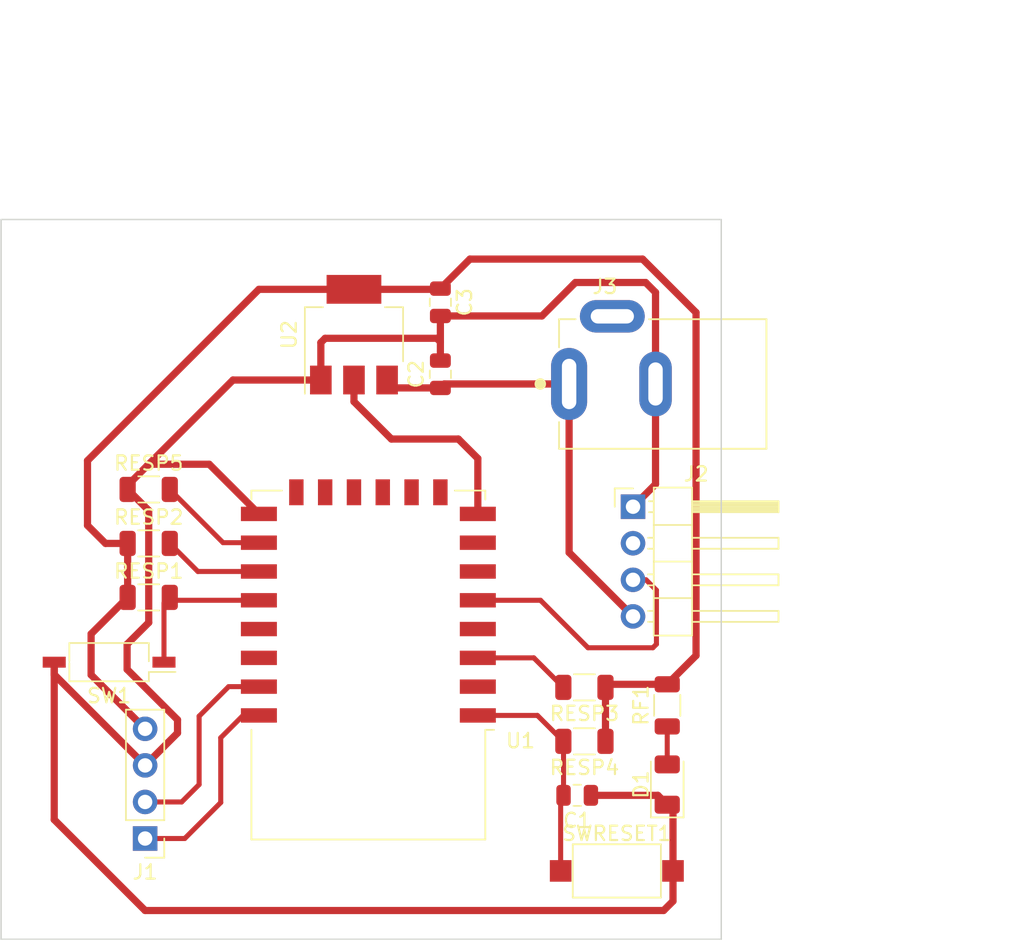
<source format=kicad_pcb>
(kicad_pcb (version 20211014) (generator pcbnew)
  (layers (0 "F.Cu" signal) (31 "B.Cu" signal) (34 "B.Paste" user) (35 "F.Paste" user) (36 "B.SilkS" user "B.Silkscreen") (37 "F.SilkS" user "F.Silkscreen") (38 "B.Mask" user) (39 "F.Mask" user) (44 "Edge.Cuts" user))
  (net 0 "")
  (net 1 "/nRST")
  (net 2 "GND")
  (net 3 "/VIN+")
  (net 4 "+3.3V")
  (net 5 "Net-(D1-Pad2)")
  (net 6 "/RX")
  (net 7 "/TX")
  (net 8 "/GPIO14")
  (net 10 "/GPIO0")
  (net 11 "/GPIO2")
  (net 12 "/EN")
  (net 13 "/GPIO15")
  (footprint "Resistor_SMD:R_1206_3216Metric" (layer "F.Cu") (at 138.25 86.75 90)
    (fp_text reference "RF1" (at 0 -1.82 90) (layer "F.SilkS"))
    (fp_text value "330")
    (fp_line (start -0.727064 0.91) (end 0.727064 0.91) (layer "F.SilkS") (width 0.12))
    (fp_line (start -0.727064 -0.91) (end 0.727064 -0.91) (layer "F.SilkS") (width 0.12))
    (pad "1" smd roundrect (at -1.4625 0 90) (size 1.125 1.75) (layers "F.Cu" "F.Paste" "F.Mask") (roundrect_rratio 0.222222) (net 5 "Net-(D1-Pad2)"))
    (pad "2" smd roundrect (at 1.4625 0 90) (size 1.125 1.75) (layers "F.Cu" "F.Paste" "F.Mask") (roundrect_rratio 0.222222) (net 4 "+3.3V"))
  )
  (footprint "Capacitor_SMD:C_0805_2012Metric" (layer "F.Cu") (at 132 93)
    (fp_text reference "C1" (at 0 1.75) (layer "F.SilkS"))
    (fp_text value "470pF")
    (fp_line (start -0.261252 0.735) (end 0.261252 0.735) (layer "F.SilkS") (width 0.12))
    (fp_line (start -0.261252 -0.735) (end 0.261252 -0.735) (layer "F.SilkS") (width 0.12))
    (pad "1" smd roundrect (at -0.95 0) (size 1 1.45) (layers "F.Cu" "F.Paste" "F.Mask") (net 1 "/nRST"))
    (pad "2" smd roundrect (at 0.95 0) (size 1 1.45) (layers "F.Cu" "F.Paste" "F.Mask") (net 2 "GND"))
  )
  (footprint "LED_SMD:LED_1206_3216Metric" (layer "F.Cu") (at 138.25 92.25 90)
    (fp_text reference "D1" (at 0 -1.82 90) (layer "F.SilkS"))
    (fp_text value "LED_Filled")
    (fp_line (start -2.285 1.135) (end 1.6 1.135) (layer "F.SilkS") (width 0.12))
    (fp_line (start 1.6 -1.135) (end -2.285 -1.135) (layer "F.SilkS") (width 0.12))
    (fp_line (start -2.285 -1.135) (end -2.285 1.135) (layer "F.SilkS") (width 0.12))
    (pad "1" smd roundrect (at -1.4 0 90) (size 1.25 1.75) (layers "F.Cu" "F.Paste" "F.Mask") (roundrect_rratio 0.2) (net 2 "GND"))
    (pad "2" smd roundrect (at 1.4 0 90) (size 1.25 1.75) (layers "F.Cu" "F.Paste" "F.Mask") (roundrect_rratio 0.2) (net 5 "Net-(D1-Pad2)"))
  )
  (footprint "PJ-002A:CUI_PJ-002A" (layer "F.Cu") (at 131.4375 64.425)
    (fp_text reference "J3" (at 2.487052 -6.770615) (layer "F.SilkS") (effects (font (size 1.000827 1.000827))))
    (fp_text value "PJ-002A")
    (fp_line (start 5.55 -4.5) (end 13.7 -4.5) (layer "F.SilkS") (width 0.127))
    (fp_line (start 13.7 4.5) (end -0.7 4.5) (layer "F.SilkS") (width 0.127))
    (fp_line (start -0.7 -4.5) (end 0.45 -4.5) (layer "F.SilkS") (width 0.127))
    (fp_line (start -0.7 4.5) (end -0.7 2.65) (layer "F.SilkS") (width 0.127))
    (fp_line (start 13.7 -4.5) (end 13.7 4.5) (layer "F.SilkS") (width 0.127))
    (fp_line (start -0.7 -2.55) (end -0.7 -4.5) (layer "F.SilkS") (width 0.127))
    (fp_circle (center -2 0) (end -1.8 0) (layer "F.SilkS") (width 0.4) (fill none))
    (pad "1" thru_hole oval locked (at 0 0) (size 2.5 5) (drill oval 1 3.5) (layers *.Cu *.Mask) (net 3 "/VIN+"))
    (pad "2" thru_hole oval locked (at 6 0) (size 2.25 4.5) (drill oval 1 3) (layers *.Cu *.Mask) (net 2 "GND"))
    (pad "3" thru_hole oval locked (at 3 -4.7) (size 4.5 2.25) (drill oval 3 1) (layers *.Cu *.Mask))
  )
  (footprint "Resistor_SMD:R_1206_3216Metric" (layer "F.Cu") (at 132.5 89.25 180)
    (fp_text reference "RESP4" (at 0 -1.82) (layer "F.SilkS"))
    (fp_text value "10k")
    (fp_line (start -0.727064 -0.91) (end 0.727064 -0.91) (layer "F.SilkS") (width 0.12))
    (fp_line (start -0.727064 0.91) (end 0.727064 0.91) (layer "F.SilkS") (width 0.12))
    (pad "1" smd roundrect (at -1.4625 0 180) (size 1.125 1.75) (layers "F.Cu" "F.Paste" "F.Mask") (roundrect_rratio 0.222222) (net 4 "+3.3V"))
    (pad "2" smd roundrect (at 1.4625 0 180) (size 1.125 1.75) (layers "F.Cu" "F.Paste" "F.Mask") (roundrect_rratio 0.222222) (net 1 "/nRST"))
  )
  (footprint "Package_TO_SOT_SMD:SOT-223-3_TabPin2" (layer "F.Cu") (at 116.5 61 90)
    (fp_text reference "U2" (at 0 -4.5 90) (layer "F.SilkS"))
    (fp_text value "AMS1117-3.3")
    (fp_line (start -4.1 -3.41) (end 1.91 -3.41) (layer "F.SilkS") (width 0.12))
    (fp_line (start 1.91 3.41) (end 1.91 2.15) (layer "F.SilkS") (width 0.12))
    (fp_line (start 1.91 -3.41) (end 1.91 -2.15) (layer "F.SilkS") (width 0.12))
    (fp_line (start -1.85 3.41) (end 1.91 3.41) (layer "F.SilkS") (width 0.12))
    (pad "1" smd rect (at -3.15 -2.3 90) (size 2 1.5) (layers "F.Cu" "F.Paste" "F.Mask") (net 2 "GND"))
    (pad "2" smd rect (at -3.15 0 90) (size 2 1.5) (layers "F.Cu" "F.Paste" "F.Mask") (net 4 "+3.3V"))
    (pad "2" smd rect (at 3.15 0 90) (size 2 3.8) (layers "F.Cu" "F.Paste" "F.Mask") (net 4 "+3.3V"))
    (pad "3" smd rect (at -3.15 2.3 90) (size 2 1.5) (layers "F.Cu" "F.Paste" "F.Mask") (net 3 "/VIN+"))
  )
  (footprint "Button_Switch_SMD:SW_DIP_SPSTx01_Slide_Copal_CHS-01B_W7.62mm_P1.27mm" (layer "F.Cu") (at 99.5 83.75 180)
    (fp_text reference "SW1" (at 0 -2.33) (layer "F.SilkS"))
    (fp_text value "SW_DIP_x01")
    (fp_line (start -2.76 -1.33) (end -2.76 -0.68) (layer "F.SilkS") (width 0.12))
    (fp_line (start 2.76 -1.33) (end 2.76 -0.061) (layer "F.SilkS") (width 0.12))
    (fp_line (start -4.61 -0.68) (end -2.76 -0.68) (layer "F.SilkS") (width 0.12))
    (fp_line (start 2.76 0.061) (end 2.76 1.33) (layer "F.SilkS") (width 0.12))
    (fp_line (start -2.76 -1.33) (end 2.76 -1.33) (layer "F.SilkS") (width 0.12))
    (fp_line (start -2.76 0.061) (end -2.76 1.33) (layer "F.SilkS") (width 0.12))
    (fp_line (start -2.76 1.33) (end 2.76 1.33) (layer "F.SilkS") (width 0.12))
    (pad "1" smd rect (at -3.81 0 180) (size 1.6 0.76) (layers "F.Cu" "F.Paste" "F.Mask") (net 10 "/GPIO0"))
    (pad "2" smd rect (at 3.81 0 180) (size 1.6 0.76) (layers "F.Cu" "F.Paste" "F.Mask") (net 2 "GND"))
  )
  (footprint "Connector_PinHeader_2.54mm:PinHeader_1x04_P2.54mm_Vertical" (layer "F.Cu") (at 102 96 180)
    (fp_text reference "J1" (at 0 -2.33) (layer "F.SilkS"))
    (fp_text value "Conn_01x04")
    (fp_line (start 1.33 1.27) (end 1.33 8.95) (layer "F.SilkS") (width 0.12))
    (fp_line (start -1.33 8.95) (end 1.33 8.95) (layer "F.SilkS") (width 0.12))
    (fp_line (start -1.33 1.27) (end -1.33 8.95) (layer "F.SilkS") (width 0.12))
    (fp_line (start -1.33 0) (end -1.33 -1.33) (layer "F.SilkS") (width 0.12))
    (fp_line (start -1.33 1.27) (end 1.33 1.27) (layer "F.SilkS") (width 0.12))
    (fp_line (start -1.33 -1.33) (end 0 -1.33) (layer "F.SilkS") (width 0.12))
    (pad "1" thru_hole rect (at 0 0 180) (size 1.7 1.7) (drill 1) (layers *.Cu *.Mask) (net 6 "/RX"))
    (pad "2" thru_hole oval (at 0 2.54 180) (size 1.7 1.7) (drill 1) (layers *.Cu *.Mask) (net 7 "/TX"))
    (pad "3" thru_hole oval (at 0 5.08 180) (size 1.7 1.7) (drill 1) (layers *.Cu *.Mask) (net 2 "GND"))
    (pad "4" thru_hole oval (at 0 7.62 180) (size 1.7 1.7) (drill 1) (layers *.Cu *.Mask) (net 4 "+3.3V"))
  )
  (footprint "Resistor_SMD:R_1206_3216Metric" (layer "F.Cu") (at 102.25 71.75)
    (fp_text reference "RESP5" (at 0 -1.82) (layer "F.SilkS"))
    (fp_text value "10k")
    (fp_line (start -0.727064 -0.91) (end 0.727064 -0.91) (layer "F.SilkS") (width 0.12))
    (fp_line (start -0.727064 0.91) (end 0.727064 0.91) (layer "F.SilkS") (width 0.12))
    (pad "1" smd roundrect (at -1.4625 0) (size 1.125 1.75) (layers "F.Cu" "F.Paste" "F.Mask") (roundrect_rratio 0.222222) (net 2 "GND"))
    (pad "2" smd roundrect (at 1.4625 0) (size 1.125 1.75) (layers "F.Cu" "F.Paste" "F.Mask") (roundrect_rratio 0.222222) (net 13 "/GPIO15"))
  )
  (footprint "Capacitor_SMD:C_0805_2012Metric" (layer "F.Cu") (at 122.5 58.75 -90)
    (fp_text reference "C3" (at 0 -1.68 90) (layer "F.SilkS"))
    (fp_text value "10uF")
    (fp_line (start -0.261252 0.735) (end 0.261252 0.735) (layer "F.SilkS") (width 0.12))
    (fp_line (start -0.261252 -0.735) (end 0.261252 -0.735) (layer "F.SilkS") (width 0.12))
    (pad "1" smd roundrect (at -0.95 0 270) (size 1 1.45) (layers "F.Cu" "F.Paste" "F.Mask") (net 4 "+3.3V"))
    (pad "2" smd roundrect (at 0.95 0 270) (size 1 1.45) (layers "F.Cu" "F.Paste" "F.Mask") (net 2 "GND"))
  )
  (footprint "RF_Module:ESP-12E" (layer "F.Cu") (at 117.5 83.95 180)
    (fp_text reference "U1" (at -10.56 -5.26) (layer "F.SilkS"))
    (fp_text value "ESP-12E")
    (fp_line (start -6 12.12) (end -8.12 12.12) (layer "F.SilkS") (width 0.12))
    (fp_line (start 8.12 12.12) (end 6 12.12) (layer "F.SilkS") (width 0.12))
    (fp_line (start -8.12 12.12) (end -8.12 11.5) (layer "F.SilkS") (width 0.12))
    (fp_line (start 8.12 -12.12) (end 8.12 -4.5) (layer "F.SilkS") (width 0.12))
    (fp_line (start -8.12 -4.5) (end -8.12 -12.12) (layer "F.SilkS") (width 0.12))
    (fp_line (start -8.12 -12.12) (end 8.12 -12.12) (layer "F.SilkS") (width 0.12))
    (fp_line (start 8.12 11.5) (end 8.12 12.12) (layer "F.SilkS") (width 0.12))
    (fp_line (start -8.12 -4.5) (end -8.73 -4.5) (layer "F.SilkS") (width 0.12))
    (pad "1" smd rect (at -7.6 -3.5 180) (size 2.5 1) (layers "F.Cu" "F.Paste" "F.Mask") (net 1 "/nRST"))
    (pad "2" smd rect (at -7.6 -1.5 180) (size 2.5 1) (layers "F.Cu" "F.Paste" "F.Mask"))
    (pad "3" smd rect (at -7.6 0.5 180) (size 2.5 1) (layers "F.Cu" "F.Paste" "F.Mask") (net 12 "/EN"))
    (pad "4" smd rect (at -7.6 2.5 180) (size 2.5 1) (layers "F.Cu" "F.Paste" "F.Mask"))
    (pad "5" smd rect (at -7.6 4.5 180) (size 2.5 1) (layers "F.Cu" "F.Paste" "F.Mask") (net 8 "/GPIO14"))
    (pad "6" smd rect (at -7.6 6.5 180) (size 2.5 1) (layers "F.Cu" "F.Paste" "F.Mask"))
    (pad "7" smd rect (at -7.6 8.5 180) (size 2.5 1) (layers "F.Cu" "F.Paste" "F.Mask"))
    (pad "8" smd rect (at -7.6 10.5 180) (size 2.5 1) (layers "F.Cu" "F.Paste" "F.Mask") (net 4 "+3.3V"))
    (pad "9" smd rect (at -5 12 180) (size 1 1.8) (layers "F.Cu" "F.Paste" "F.Mask"))
    (pad "10" smd rect (at -3 12 180) (size 1 1.8) (layers "F.Cu" "F.Paste" "F.Mask"))
    (pad "11" smd rect (at -1 12 180) (size 1 1.8) (layers "F.Cu" "F.Paste" "F.Mask"))
    (pad "12" smd rect (at 1 12 180) (size 1 1.8) (layers "F.Cu" "F.Paste" "F.Mask"))
    (pad "13" smd rect (at 3 12 180) (size 1 1.8) (layers "F.Cu" "F.Paste" "F.Mask"))
    (pad "14" smd rect (at 5 12 180) (size 1 1.8) (layers "F.Cu" "F.Paste" "F.Mask"))
    (pad "15" smd rect (at 7.6 10.5 180) (size 2.5 1) (layers "F.Cu" "F.Paste" "F.Mask") (net 2 "GND"))
    (pad "16" smd rect (at 7.6 8.5 180) (size 2.5 1) (layers "F.Cu" "F.Paste" "F.Mask") (net 13 "/GPIO15"))
    (pad "17" smd rect (at 7.6 6.5 180) (size 2.5 1) (layers "F.Cu" "F.Paste" "F.Mask") (net 11 "/GPIO2"))
    (pad "18" smd rect (at 7.6 4.5 180) (size 2.5 1) (layers "F.Cu" "F.Paste" "F.Mask") (net 10 "/GPIO0"))
    (pad "19" smd rect (at 7.6 2.5 180) (size 2.5 1) (layers "F.Cu" "F.Paste" "F.Mask"))
    (pad "20" smd rect (at 7.6 0.5 180) (size 2.5 1) (layers "F.Cu" "F.Paste" "F.Mask"))
    (pad "21" smd rect (at 7.6 -1.5 180) (size 2.5 1) (layers "F.Cu" "F.Paste" "F.Mask") (net 7 "/TX"))
    (pad "22" smd rect (at 7.6 -3.5 180) (size 2.5 1) (layers "F.Cu" "F.Paste" "F.Mask") (net 6 "/RX"))
  )
  (footprint "Button_Switch_SMD:SW_SPST_CK_RS282G05A3" (layer "F.Cu") (at 134.75 98.25)
    (fp_text reference "SWRESET1" (at 0 -2.6) (layer "F.SilkS"))
    (fp_text value "SW_Push")
    (fp_line (start -3.06 1.85) (end -3.06 -1.85) (layer "F.SilkS") (width 0.12))
    (fp_line (start -3.06 -1.85) (end 3.06 -1.85) (layer "F.SilkS") (width 0.12))
    (fp_line (start 3.06 -1.85) (end 3.06 1.85) (layer "F.SilkS") (width 0.12))
    (fp_line (start 3.06 1.85) (end -3.06 1.85) (layer "F.SilkS") (width 0.12))
    (pad "1" smd rect (at -3.9 0) (size 1.5 1.5) (layers "F.Cu" "F.Paste" "F.Mask") (net 1 "/nRST"))
    (pad "2" smd rect (at 3.9 0) (size 1.5 1.5) (layers "F.Cu" "F.Paste" "F.Mask") (net 2 "GND"))
  )
  (footprint "Capacitor_SMD:C_0805_2012Metric" (layer "F.Cu") (at 122.5 63.75 90)
    (fp_text reference "C2" (at 0 -1.68 90) (layer "F.SilkS"))
    (fp_text value "10uF")
    (fp_line (start -0.261252 0.735) (end 0.261252 0.735) (layer "F.SilkS") (width 0.12))
    (fp_line (start -0.261252 -0.735) (end 0.261252 -0.735) (layer "F.SilkS") (width 0.12))
    (pad "1" smd roundrect (at -0.95 0 90) (size 1 1.45) (layers "F.Cu" "F.Paste" "F.Mask") (net 3 "/VIN+"))
    (pad "2" smd roundrect (at 0.95 0 90) (size 1 1.45) (layers "F.Cu" "F.Paste" "F.Mask") (net 2 "GND"))
  )
  (footprint "Resistor_SMD:R_1206_3216Metric" (layer "F.Cu") (at 102.25 75.5)
    (fp_text reference "RESP2" (at 0 -1.82) (layer "F.SilkS"))
    (fp_text value "10k")
    (fp_line (start -0.727064 -0.91) (end 0.727064 -0.91) (layer "F.SilkS") (width 0.12))
    (fp_line (start -0.727064 0.91) (end 0.727064 0.91) (layer "F.SilkS") (width 0.12))
    (pad "1" smd roundrect (at -1.4625 0) (size 1.125 1.75) (layers "F.Cu" "F.Paste" "F.Mask") (roundrect_rratio 0.222222) (net 4 "+3.3V"))
    (pad "2" smd roundrect (at 1.4625 0) (size 1.125 1.75) (layers "F.Cu" "F.Paste" "F.Mask") (roundrect_rratio 0.222222) (net 11 "/GPIO2"))
  )
  (footprint "Resistor_SMD:R_1206_3216Metric" (layer "F.Cu") (at 102.25 79.25)
    (fp_text reference "RESP1" (at 0 -1.82) (layer "F.SilkS"))
    (fp_text value "10k")
    (fp_line (start -0.727064 -0.91) (end 0.727064 -0.91) (layer "F.SilkS") (width 0.12))
    (fp_line (start -0.727064 0.91) (end 0.727064 0.91) (layer "F.SilkS") (width 0.12))
    (pad "1" smd roundrect (at -1.4625 0) (size 1.125 1.75) (layers "F.Cu" "F.Paste" "F.Mask") (roundrect_rratio 0.222222) (net 4 "+3.3V"))
    (pad "2" smd roundrect (at 1.4625 0) (size 1.125 1.75) (layers "F.Cu" "F.Paste" "F.Mask") (roundrect_rratio 0.222222) (net 10 "/GPIO0"))
  )
  (footprint "Resistor_SMD:R_1206_3216Metric" (layer "F.Cu") (at 132.5 85.5 180)
    (fp_text reference "RESP3" (at 0 -1.82) (layer "F.SilkS"))
    (fp_text value "10k")
    (fp_line (start -0.727064 -0.91) (end 0.727064 -0.91) (layer "F.SilkS") (width 0.12))
    (fp_line (start -0.727064 0.91) (end 0.727064 0.91) (layer "F.SilkS") (width 0.12))
    (pad "1" smd roundrect (at -1.4625 0 180) (size 1.125 1.75) (layers "F.Cu" "F.Paste" "F.Mask") (roundrect_rratio 0.222222) (net 4 "+3.3V"))
    (pad "2" smd roundrect (at 1.4625 0 180) (size 1.125 1.75) (layers "F.Cu" "F.Paste" "F.Mask") (roundrect_rratio 0.222222) (net 12 "/EN"))
  )
  (footprint "Connector_PinHeader_2.54mm:PinHeader_1x04_P2.54mm_Horizontal" (layer "F.Cu") (at 135.875 72.95)
    (fp_text reference "J2" (at 4.385 -2.27) (layer "F.SilkS"))
    (fp_text value "Conn_01x04")
    (fp_line (start 4.1 -1.33) (end 1.44 -1.33) (layer "F.SilkS") (width 0.12))
    (fp_line (start 1.042929 2.92) (end 1.44 2.92) (layer "F.SilkS") (width 0.12))
    (fp_line (start 4.1 7.24) (end 10.1 7.24) (layer "F.SilkS") (width 0.12))
    (fp_line (start 4.1 0.04) (end 10.1 0.04) (layer "F.SilkS") (width 0.12))
    (fp_line (start 4.1 8.95) (end 4.1 -1.33) (layer "F.SilkS") (width 0.12))
    (fp_line (start 10.1 4.7) (end 10.1 5.46) (layer "F.SilkS") (width 0.12))
    (fp_line (start 1.042929 2.16) (end 1.44 2.16) (layer "F.SilkS") (width 0.12))
    (fp_line (start 1.44 6.35) (end 4.1 6.35) (layer "F.SilkS") (width 0.12))
    (fp_line (start 4.1 4.7) (end 10.1 4.7) (layer "F.SilkS") (width 0.12))
    (fp_line (start 1.44 -1.33) (end 1.44 8.95) (layer "F.SilkS") (width 0.12))
    (fp_line (start 1.44 1.27) (end 4.1 1.27) (layer "F.SilkS") (width 0.12))
    (fp_line (start 1.042929 5.46) (end 1.44 5.46) (layer "F.SilkS") (width 0.12))
    (fp_line (start 4.1 -0.32) (end 10.1 -0.32) (layer "F.SilkS") (width 0.12))
    (fp_line (start 1.44 3.81) (end 4.1 3.81) (layer "F.SilkS") (width 0.12))
    (fp_line (start 4.1 -0.38) (end 10.1 -0.38) (layer "F.SilkS") (width 0.12))
    (fp_line (start 1.042929 8) (end 1.44 8) (layer "F.SilkS") (width 0.12))
    (fp_line (start 10.1 0.38) (end 4.1 0.38) (layer "F.SilkS") (width 0.12))
    (fp_line (start -1.27 0) (end -1.27 -1.27) (layer "F.SilkS") (width 0.12))
    (fp_line (start 4.1 0.16) (end 10.1 0.16) (layer "F.SilkS") (width 0.12))
    (fp_line (start 4.1 -0.2) (end 10.1 -0.2) (layer "F.SilkS") (width 0.12))
    (fp_line (start 10.1 -0.38) (end 10.1 0.38) (layer "F.SilkS") (width 0.12))
    (fp_line (start 10.1 5.46) (end 4.1 5.46) (layer "F.SilkS") (width 0.12))
    (fp_line (start 4.1 2.16) (end 10.1 2.16) (layer "F.SilkS") (width 0.12))
    (fp_line (start 1.042929 7.24) (end 1.44 7.24) (layer "F.SilkS") (width 0.12))
    (fp_line (start 4.1 -0.08) (end 10.1 -0.08) (layer "F.SilkS") (width 0.12))
    (fp_line (start -1.27 -1.27) (end 0 -1.27) (layer "F.SilkS") (width 0.12))
    (fp_line (start 4.1 0.28) (end 10.1 0.28) (layer "F.SilkS") (width 0.12))
    (fp_line (start 10.1 7.24) (end 10.1 8) (layer "F.SilkS") (width 0.12))
    (fp_line (start 10.1 2.16) (end 10.1 2.92) (layer "F.SilkS") (width 0.12))
    (fp_line (start 1.11 -0.38) (end 1.44 -0.38) (layer "F.SilkS") (width 0.12))
    (fp_line (start 10.1 8) (end 4.1 8) (layer "F.SilkS") (width 0.12))
    (fp_line (start 1.11 0.38) (end 1.44 0.38) (layer "F.SilkS") (width 0.12))
    (fp_line (start 1.44 8.95) (end 4.1 8.95) (layer "F.SilkS") (width 0.12))
    (fp_line (start 1.042929 4.7) (end 1.44 4.7) (layer "F.SilkS") (width 0.12))
    (fp_line (start 10.1 2.92) (end 4.1 2.92) (layer "F.SilkS") (width 0.12))
    (pad "1" thru_hole rect (at 0 0) (size 1.7 1.7) (drill 1) (layers *.Cu *.Mask) (net 2 "GND"))
    (pad "2" thru_hole oval (at 0 2.54) (size 1.7 1.7) (drill 1) (layers *.Cu *.Mask))
    (pad "3" thru_hole oval (at 0 5.08) (size 1.7 1.7) (drill 1) (layers *.Cu *.Mask) (net 8 "/GPIO14"))
    (pad "4" thru_hole oval (at 0 7.62) (size 1.7 1.7) (drill 1) (layers *.Cu *.Mask) (net 3 "/VIN+"))
  )
  (gr_rect (start 92 53) (end 142 103) (layer "Edge.Cuts") (width 0.1) (fill none))
  (segment (start 131.0375 89.25) (end 129.2375 87.45) (width 0.35) (layer "F.Cu") (net 1))
  (segment (start 131.05 89.2625) (end 131.0375 89.25) (width 0.35) (layer "F.Cu") (net 1))
  (segment (start 130.85 98.25) (end 130.85 93.2) (width 0.35) (layer "F.Cu") (net 1))
  (segment (start 131.05 93) (end 131.05 89.2625) (width 0.35) (layer "F.Cu") (net 1))
  (segment (start 130.85 93.2) (end 131.05 93) (width 0.35) (layer "F.Cu") (net 1))
  (segment (start 129.2375 87.45) (end 125.1 87.45) (width 0.35) (layer "F.Cu") (net 1))
  (segment (start 137.4375 64.425) (end 137.4375 71.3875) (width 0.5) (layer "F.Cu") (net 2))
  (segment (start 102 101) (end 138 101) (width 0.5) (layer "F.Cu") (net 2))
  (segment (start 138.65 94.05) (end 138.25 93.65) (width 0.5) (layer "F.Cu") (net 2))
  (segment (start 114.2 64.15) (end 114.2 61.55) (width 0.5) (layer "F.Cu") (net 2))
  (segment (start 104.25 88.67) (end 104.25 87.75) (width 0.5) (layer "F.Cu") (net 2))
  (segment (start 131.875 57.375) (end 131.75 57.5) (width 0.5) (layer "F.Cu") (net 2))
  (segment (start 138.65 100.35) (end 138.65 98.25) (width 0.5) (layer "F.Cu") (net 2))
  (segment (start 102.25 70) (end 102.125 70.125) (width 0.5) (layer "F.Cu") (net 2))
  (segment (start 100.7875 71.4625) (end 100.7875 71.75) (width 0.5) (layer "F.Cu") (net 2))
  (segment (start 100.75 82.5) (end 102.25 81) (width 0.5) (layer "F.Cu") (net 2))
  (segment (start 102.25 81) (end 102.25 73.2125) (width 0.5) (layer "F.Cu") (net 2))
  (segment (start 106.45 70) (end 102.25 70) (width 0.5) (layer "F.Cu") (net 2))
  (segment (start 104.25 87.75) (end 100.75 84.25) (width 0.5) (layer "F.Cu") (net 2))
  (segment (start 122.5 61.5) (end 122.5 62.8) (width 0.5) (layer "F.Cu") (net 2))
  (segment (start 137.4375 58.0625) (end 137.4375 64.425) (width 0.5) (layer "F.Cu") (net 2))
  (segment (start 102.25 73.2125) (end 100.7875 71.75) (width 0.5) (layer "F.Cu") (net 2))
  (segment (start 122.5 59.7) (end 129.55 59.7) (width 0.5) (layer "F.Cu") (net 2))
  (segment (start 100.75 84.25) (end 100.75 82.5) (width 0.5) (layer "F.Cu") (net 2))
  (segment (start 129.55 59.7) (end 131.75 57.5) (width 0.5) (layer "F.Cu") (net 2))
  (segment (start 102 90.92) (end 104.25 88.67) (width 0.5) (layer "F.Cu") (net 2))
  (segment (start 137.4375 71.3875) (end 135.875 72.95) (width 0.5) (layer "F.Cu") (net 2))
  (segment (start 132.95 93) (end 137.6 93) (width 0.5) (layer "F.Cu") (net 2))
  (segment (start 122.25 61.25) (end 122.5 61.5) (width 0.5) (layer "F.Cu") (net 2))
  (segment (start 137.4375 58.0625) (end 136.75 57.375) (width 0.5) (layer "F.Cu") (net 2))
  (segment (start 102.125 70.125) (end 100.7875 71.4625) (width 0.5) (layer "F.Cu") (net 2))
  (segment (start 102 90.92) (end 95.69 84.61) (width 0.5) (layer "F.Cu") (net 2))
  (segment (start 114.2 61.55) (end 114.5 61.25) (width 0.5) (layer "F.Cu") (net 2))
  (segment (start 138.65 98.25) (end 138.65 94.05) (width 0.5) (layer "F.Cu") (net 2))
  (segment (start 95.69 84.61) (end 95.69 83.75) (width 0.5) (layer "F.Cu") (net 2))
  (segment (start 108.1 64.15) (end 102.125 70.125) (width 0.5) (layer "F.Cu") (net 2))
  (segment (start 109.9 73.45) (end 106.45 70) (width 0.5) (layer "F.Cu") (net 2))
  (segment (start 114.5 61.25) (end 122.25 61.25) (width 0.5) (layer "F.Cu") (net 2))
  (segment (start 122.5 59.7) (end 122.5 61.5) (width 0.5) (layer "F.Cu") (net 2))
  (segment (start 95.69 83.75) (end 95.69 94.69) (width 0.5) (layer "F.Cu") (net 2))
  (segment (start 138 101) (end 138.65 100.35) (width 0.5) (layer "F.Cu") (net 2))
  (segment (start 95.69 94.69) (end 102 101) (width 0.5) (layer "F.Cu") (net 2))
  (segment (start 136.75 57.375) (end 131.875 57.375) (width 0.5) (layer "F.Cu") (net 2))
  (segment (start 114.2 64.15) (end 108.1 64.15) (width 0.5) (layer "F.Cu") (net 2))
  (segment (start 137.6 93) (end 138.25 93.65) (width 0.5) (layer "F.Cu") (net 2))
  (segment (start 131.4375 76.1325) (end 131.4375 64.425) (width 0.5) (layer "F.Cu") (net 3))
  (segment (start 135.875 80.57) (end 131.4375 76.1325) (width 0.5) (layer "F.Cu") (net 3))
  (segment (start 122.775 64.425) (end 131.4375 64.425) (width 0.5) (layer "F.Cu") (net 3))
  (segment (start 119.35 64.7) (end 118.8 64.15) (width 0.5) (layer "F.Cu") (net 3))
  (segment (start 122.5 64.7) (end 122.775 64.425) (width 0.5) (layer "F.Cu") (net 3))
  (segment (start 122.5 64.7) (end 119.35 64.7) (width 0.5) (layer "F.Cu") (net 3))
  (segment (start 140.25 59.460786) (end 136.539214 55.75) (width 0.5) (layer "F.Cu") (net 4))
  (segment (start 123.75 68.25) (end 125.1 69.6) (width 0.5) (layer "F.Cu") (net 4))
  (segment (start 125.1 69.6) (end 125.1 73.45) (width 0.5) (layer "F.Cu") (net 4))
  (segment (start 116.5 57.85) (end 109.9 57.85) (width 0.5) (layer "F.Cu") (net 4))
  (segment (start 116.5 57.85) (end 122.45 57.85) (width 0.5) (layer "F.Cu") (net 4))
  (segment (start 116.5 65.65) (end 119.1 68.25) (width 0.5) (layer "F.Cu") (net 4))
  (segment (start 138.25 85.2875) (end 140.25 83.2875) (width 0.5) (layer "F.Cu") (net 4))
  (segment (start 136.539214 55.75) (end 124.55 55.75) (width 0.5) (layer "F.Cu") (net 4))
  (segment (start 119.1 68.25) (end 123.75 68.25) (width 0.5) (layer "F.Cu") (net 4))
  (segment (start 109.9 57.85) (end 98 69.75) (width 0.5) (layer "F.Cu") (net 4))
  (segment (start 98 74.25) (end 99.25 75.5) (width 0.5) (layer "F.Cu") (net 4))
  (segment (start 133.9625 85.5) (end 133.9625 89.25) (width 0.5) (layer "F.Cu") (net 4))
  (segment (start 116.5 64.15) (end 116.5 65.65) (width 0.5) (layer "F.Cu") (net 4))
  (segment (start 124.55 55.75) (end 122.5 57.8) (width 0.5) (layer "F.Cu") (net 4))
  (segment (start 98.25 84.63) (end 102 88.38) (width 0.5) (layer "F.Cu") (net 4))
  (segment (start 99.25 75.5) (end 100.7875 75.5) (width 0.5) (layer "F.Cu") (net 4))
  (segment (start 100.7875 75.5) (end 100.7875 79.25) (width 0.5) (layer "F.Cu") (net 4))
  (segment (start 98 69.75) (end 98 74.25) (width 0.5) (layer "F.Cu") (net 4))
  (segment (start 140.25 83.2875) (end 140.25 59.460786) (width 0.5) (layer "F.Cu") (net 4))
  (segment (start 122.45 57.85) (end 122.5 57.8) (width 0.5) (layer "F.Cu") (net 4))
  (segment (start 98.25 81.7875) (end 98.25 84.63) (width 0.5) (layer "F.Cu") (net 4))
  (segment (start 138.25 85.2875) (end 134.175 85.2875) (width 0.5) (layer "F.Cu") (net 4))
  (segment (start 100.7875 79.25) (end 98.25 81.7875) (width 0.5) (layer "F.Cu") (net 4))
  (segment (start 134.175 85.2875) (end 133.9625 85.5) (width 0.5) (layer "F.Cu") (net 4))
  (segment (start 138.25 88.2125) (end 138.25 90.85) (width 0.35) (layer "F.Cu") (net 5))
  (segment (start 107.25 93.5) (end 107.25 89) (width 0.35) (layer "F.Cu") (net 6))
  (segment (start 102 96) (end 104.75 96) (width 0.35) (layer "F.Cu") (net 6))
  (segment (start 104.75 96) (end 107.25 93.5) (width 0.35) (layer "F.Cu") (net 6))
  (segment (start 108.8 87.45) (end 109.9 87.45) (width 0.35) (layer "F.Cu") (net 6))
  (segment (start 107.25 89) (end 108.8 87.45) (width 0.35) (layer "F.Cu") (net 6))
  (segment (start 102 93.46) (end 104.54 93.46) (width 0.35) (layer "F.Cu") (net 7))
  (segment (start 105.75 87.5) (end 107.8 85.45) (width 0.35) (layer "F.Cu") (net 7))
  (segment (start 105.75 92.25) (end 105.75 87.5) (width 0.35) (layer "F.Cu") (net 7))
  (segment (start 107.8 85.45) (end 109.9 85.45) (width 0.35) (layer "F.Cu") (net 7))
  (segment (start 104.54 93.46) (end 105.75 92.25) (width 0.35) (layer "F.Cu") (net 7))
  (segment (start 136.78 78.03) (end 137.5 78.75) (width 0.35) (layer "F.Cu") (net 8))
  (segment (start 137.5 78.75) (end 137.5 82.5) (width 0.35) (layer "F.Cu") (net 8))
  (segment (start 137.25 82.75) (end 132.75 82.75) (width 0.35) (layer "F.Cu") (net 8))
  (segment (start 129.45 79.45) (end 125.1 79.45) (width 0.35) (layer "F.Cu") (net 8))
  (segment (start 137.5 82.5) (end 137.25 82.75) (width 0.35) (layer "F.Cu") (net 8))
  (segment (start 135.875 78.03) (end 136.78 78.03) (width 0.35) (layer "F.Cu") (net 8))
  (segment (start 132.75 82.75) (end 129.45 79.45) (width 0.35) (layer "F.Cu") (net 8))
  (segment (start 103.31 79.6525) (end 103.7125 79.25) (width 0.35) (layer "F.Cu") (net 10))
  (segment (start 103.31 83.75) (end 103.31 79.6525) (width 0.35) (layer "F.Cu") (net 10))
  (segment (start 103.7125 79.25) (end 103.9125 79.45) (width 0.35) (layer "F.Cu") (net 10))
  (segment (start 103.9125 79.45) (end 109.9 79.45) (width 0.35) (layer "F.Cu") (net 10))
  (segment (start 105.6625 77.45) (end 109.9 77.45) (width 0.35) (layer "F.Cu") (net 11))
  (segment (start 103.7125 75.5) (end 105.6625 77.45) (width 0.35) (layer "F.Cu") (net 11))
  (segment (start 128.9875 83.45) (end 125.1 83.45) (width 0.35) (layer "F.Cu") (net 12))
  (segment (start 131.0375 85.5) (end 128.9875 83.45) (width 0.35) (layer "F.Cu") (net 12))
  (segment (start 107.4125 75.45) (end 109.9 75.45) (width 0.35) (layer "F.Cu") (net 13))
  (segment (start 103.7125 71.75) (end 107.4125 75.45) (width 0.35) (layer "F.Cu") (net 13))
)
</source>
